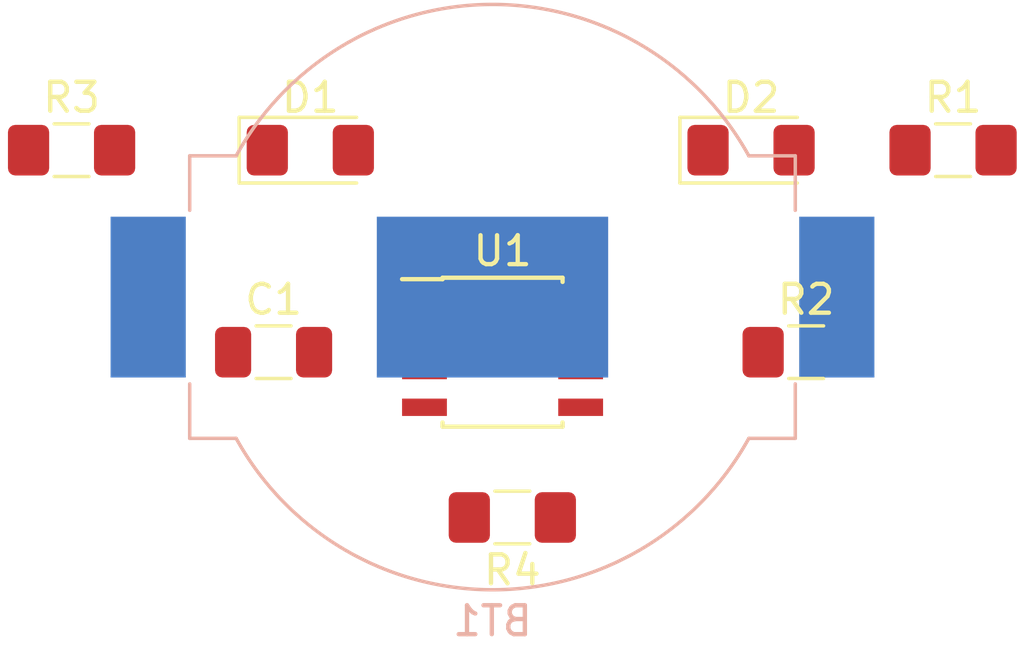
<source format=kicad_pcb>
(kicad_pcb (version 20190331) (host pcbnew "5.1.0-unknown-8e812c0~82~ubuntu18.04.1")

  (general
    (thickness 1.6)
    (drawings 0)
    (tracks 0)
    (modules 9)
    (nets 9)
  )

  (page "A4")
  (layers
    (0 "Top" signal)
    (31 "Bottom" signal)
    (34 "B.Paste" user)
    (35 "F.Paste" user)
    (36 "B.SilkS" user)
    (37 "F.SilkS" user)
    (38 "B.Mask" user)
    (39 "F.Mask" user)
    (40 "Dwgs.User" user)
    (41 "Cmts.User" user)
    (42 "Eco1.User" user)
    (43 "Eco2.User" user)
    (44 "Edge.Cuts" user)
    (45 "Margin" user)
    (46 "B.CrtYd" user hide)
    (47 "F.CrtYd" user hide)
  )

  (setup
    (last_trace_width 0.1524)
    (user_trace_width 0.2032)
    (user_trace_width 0.4)
    (user_trace_width 0.5)
    (user_trace_width 0.6096)
    (user_trace_width 0.8)
    (user_trace_width 1)
    (user_trace_width 2)
    (trace_clearance 0.1524)
    (zone_clearance 0.508)
    (zone_45_only no)
    (trace_min 0.1524)
    (via_size 0.508)
    (via_drill 0.254)
    (via_min_size 0.508)
    (via_min_drill 0.254)
    (uvia_size 0.508)
    (uvia_drill 0.254)
    (uvias_allowed no)
    (uvia_min_size 0.2)
    (uvia_min_drill 0.1)
    (edge_width 0.15)
    (segment_width 0.2)
    (pcb_text_width 0.3)
    (pcb_text_size 1.5 1.5)
    (mod_edge_width 0.15)
    (mod_text_size 1 1)
    (mod_text_width 0.15)
    (pad_size 3.5 3.5)
    (pad_drill 3)
    (pad_to_mask_clearance 0.0762)
    (solder_mask_min_width 0.1016)
    (pad_to_paste_clearance -0.0762)
    (aux_axis_origin 0 0)
    (visible_elements FFFFFF7F)
    (pcbplotparams
      (layerselection 0x010fc_ffffffff)
      (usegerberextensions false)
      (usegerberattributes false)
      (usegerberadvancedattributes false)
      (creategerberjobfile false)
      (excludeedgelayer true)
      (linewidth 0.100000)
      (plotframeref false)
      (viasonmask false)
      (mode 1)
      (useauxorigin false)
      (hpglpennumber 1)
      (hpglpenspeed 20)
      (hpglpendiameter 15.000000)
      (psnegative false)
      (psa4output false)
      (plotreference true)
      (plotvalue true)
      (plotinvisibletext false)
      (padsonsilk false)
      (subtractmaskfromsilk false)
      (outputformat 1)
      (mirror false)
      (drillshape 1)
      (scaleselection 1)
      (outputdirectory ""))
  )

  (net 0 "")
  (net 1 "+3V3")
  (net 2 "GND")
  (net 3 "Net-(C1-Pad2)")
  (net 4 "Net-(D1-Pad2)")
  (net 5 "Net-(D1-Pad1)")
  (net 6 "Net-(D2-Pad1)")
  (net 7 "Net-(R1-Pad2)")
  (net 8 "Net-(U1-Pad5)")

  (net_class "Default" "This is the default net class."
    (clearance 0.1524)
    (trace_width 0.1524)
    (via_dia 0.508)
    (via_drill 0.254)
    (uvia_dia 0.508)
    (uvia_drill 0.254)
    (diff_pair_width 0.1524)
    (diff_pair_gap 0.1524)
    (add_net "+3V3")
    (add_net "GND")
    (add_net "Net-(C1-Pad2)")
    (add_net "Net-(D1-Pad1)")
    (add_net "Net-(D1-Pad2)")
    (add_net "Net-(D2-Pad1)")
    (add_net "Net-(R1-Pad2)")
    (add_net "Net-(U1-Pad5)")
  )

  (module "Package_SO:SOIC-8_3.9x4.9mm_P1.27mm" (layer "Top") (tedit 5A02F2D3) (tstamp 5CBFDFDD)
    (at 166.0326 94.615)
    (descr "8-Lead Plastic Small Outline (SN) - Narrow, 3.90 mm Body [SOIC] (see Microchip Packaging Specification http://ww1.microchip.com/downloads/en/PackagingSpec/00000049BQ.pdf)")
    (tags "SOIC 1.27")
    (path "/5CB43957")
    (attr smd)
    (fp_text reference "U1" (at 0 -3.5) (layer "F.SilkS")
      (effects (font (size 1 1) (thickness 0.15)))
    )
    (fp_text value "LM555" (at 0 3.5) (layer "F.Fab")
      (effects (font (size 1 1) (thickness 0.15)))
    )
    (fp_line (start -2.075 -2.525) (end -3.475 -2.525) (layer "F.SilkS") (width 0.15))
    (fp_line (start -2.075 2.575) (end 2.075 2.575) (layer "F.SilkS") (width 0.15))
    (fp_line (start -2.075 -2.575) (end 2.075 -2.575) (layer "F.SilkS") (width 0.15))
    (fp_line (start -2.075 2.575) (end -2.075 2.43) (layer "F.SilkS") (width 0.15))
    (fp_line (start 2.075 2.575) (end 2.075 2.43) (layer "F.SilkS") (width 0.15))
    (fp_line (start 2.075 -2.575) (end 2.075 -2.43) (layer "F.SilkS") (width 0.15))
    (fp_line (start -2.075 -2.575) (end -2.075 -2.525) (layer "F.SilkS") (width 0.15))
    (fp_line (start -3.73 2.7) (end 3.73 2.7) (layer "F.CrtYd") (width 0.05))
    (fp_line (start -3.73 -2.7) (end 3.73 -2.7) (layer "F.CrtYd") (width 0.05))
    (fp_line (start 3.73 -2.7) (end 3.73 2.7) (layer "F.CrtYd") (width 0.05))
    (fp_line (start -3.73 -2.7) (end -3.73 2.7) (layer "F.CrtYd") (width 0.05))
    (fp_line (start -1.95 -1.45) (end -0.95 -2.45) (layer "F.Fab") (width 0.1))
    (fp_line (start -1.95 2.45) (end -1.95 -1.45) (layer "F.Fab") (width 0.1))
    (fp_line (start 1.95 2.45) (end -1.95 2.45) (layer "F.Fab") (width 0.1))
    (fp_line (start 1.95 -2.45) (end 1.95 2.45) (layer "F.Fab") (width 0.1))
    (fp_line (start -0.95 -2.45) (end 1.95 -2.45) (layer "F.Fab") (width 0.1))
    (fp_text user "%R" (at 0 0) (layer "F.Fab")
      (effects (font (size 1 1) (thickness 0.15)))
    )
    (pad "8" smd rect (at 2.7 -1.905) (size 1.55 0.6) (layers "Top" "F.Paste" "F.Mask")
      (net 1 "+3V3"))
    (pad "7" smd rect (at 2.7 -0.635) (size 1.55 0.6) (layers "Top" "F.Paste" "F.Mask")
      (net 7 "Net-(R1-Pad2)"))
    (pad "6" smd rect (at 2.7 0.635) (size 1.55 0.6) (layers "Top" "F.Paste" "F.Mask")
      (net 3 "Net-(C1-Pad2)"))
    (pad "5" smd rect (at 2.7 1.905) (size 1.55 0.6) (layers "Top" "F.Paste" "F.Mask")
      (net 8 "Net-(U1-Pad5)"))
    (pad "4" smd rect (at -2.7 1.905) (size 1.55 0.6) (layers "Top" "F.Paste" "F.Mask")
      (net 1 "+3V3"))
    (pad "3" smd rect (at -2.7 0.635) (size 1.55 0.6) (layers "Top" "F.Paste" "F.Mask")
      (net 5 "Net-(D1-Pad1)"))
    (pad "2" smd rect (at -2.7 -0.635) (size 1.55 0.6) (layers "Top" "F.Paste" "F.Mask")
      (net 3 "Net-(C1-Pad2)"))
    (pad "1" smd rect (at -2.7 -1.905) (size 1.55 0.6) (layers "Top" "F.Paste" "F.Mask")
      (net 2 "GND"))
    (model "${KISYS3DMOD}/Package_SO.3dshapes/SOIC-8_3.9x4.9mm_P1.27mm.wrl"
      (at (xyz 0 0 0))
      (scale (xyz 1 1 1))
      (rotate (xyz 0 0 0))
    )
  )

  (module "Resistor_SMD:R_1206_3216Metric_Pad1.42x1.75mm_HandSolder" (layer "Top") (tedit 5B301BBD) (tstamp 5CBFDFC0)
    (at 166.37 100.33 180)
    (descr "Resistor SMD 1206 (3216 Metric), square (rectangular) end terminal, IPC_7351 nominal with elongated pad for handsoldering. (Body size source: http://www.tortai-tech.com/upload/download/2011102023233369053.pdf), generated with kicad-footprint-generator")
    (tags "resistor handsolder")
    (path "/5CB50108")
    (attr smd)
    (fp_text reference "R4" (at 0 -1.82) (layer "F.SilkS")
      (effects (font (size 1 1) (thickness 0.15)))
    )
    (fp_text value "1k" (at 0 1.82) (layer "F.Fab")
      (effects (font (size 1 1) (thickness 0.15)))
    )
    (fp_text user "%R" (at 0 0) (layer "F.Fab")
      (effects (font (size 0.8 0.8) (thickness 0.12)))
    )
    (fp_line (start 2.45 1.12) (end -2.45 1.12) (layer "F.CrtYd") (width 0.05))
    (fp_line (start 2.45 -1.12) (end 2.45 1.12) (layer "F.CrtYd") (width 0.05))
    (fp_line (start -2.45 -1.12) (end 2.45 -1.12) (layer "F.CrtYd") (width 0.05))
    (fp_line (start -2.45 1.12) (end -2.45 -1.12) (layer "F.CrtYd") (width 0.05))
    (fp_line (start -0.602064 0.91) (end 0.602064 0.91) (layer "F.SilkS") (width 0.12))
    (fp_line (start -0.602064 -0.91) (end 0.602064 -0.91) (layer "F.SilkS") (width 0.12))
    (fp_line (start 1.6 0.8) (end -1.6 0.8) (layer "F.Fab") (width 0.1))
    (fp_line (start 1.6 -0.8) (end 1.6 0.8) (layer "F.Fab") (width 0.1))
    (fp_line (start -1.6 -0.8) (end 1.6 -0.8) (layer "F.Fab") (width 0.1))
    (fp_line (start -1.6 0.8) (end -1.6 -0.8) (layer "F.Fab") (width 0.1))
    (pad "2" smd roundrect (at 1.4875 0 180) (size 1.425 1.75) (layers "Top" "F.Paste" "F.Mask") (roundrect_rratio 0.175439)
      (net 2 "GND"))
    (pad "1" smd roundrect (at -1.4875 0 180) (size 1.425 1.75) (layers "Top" "F.Paste" "F.Mask") (roundrect_rratio 0.175439)
      (net 6 "Net-(D2-Pad1)"))
    (model "${KISYS3DMOD}/Resistor_SMD.3dshapes/R_1206_3216Metric.wrl"
      (at (xyz 0 0 0))
      (scale (xyz 1 1 1))
      (rotate (xyz 0 0 0))
    )
  )

  (module "Resistor_SMD:R_1206_3216Metric_Pad1.42x1.75mm_HandSolder" (layer "Top") (tedit 5B301BBD) (tstamp 5CBFDFAF)
    (at 151.13 87.63)
    (descr "Resistor SMD 1206 (3216 Metric), square (rectangular) end terminal, IPC_7351 nominal with elongated pad for handsoldering. (Body size source: http://www.tortai-tech.com/upload/download/2011102023233369053.pdf), generated with kicad-footprint-generator")
    (tags "resistor handsolder")
    (path "/5CB4F2EF")
    (attr smd)
    (fp_text reference "R3" (at 0 -1.82) (layer "F.SilkS")
      (effects (font (size 1 1) (thickness 0.15)))
    )
    (fp_text value "1k" (at 0 1.82) (layer "F.Fab")
      (effects (font (size 1 1) (thickness 0.15)))
    )
    (fp_text user "%R" (at 0 0) (layer "F.Fab")
      (effects (font (size 0.8 0.8) (thickness 0.12)))
    )
    (fp_line (start 2.45 1.12) (end -2.45 1.12) (layer "F.CrtYd") (width 0.05))
    (fp_line (start 2.45 -1.12) (end 2.45 1.12) (layer "F.CrtYd") (width 0.05))
    (fp_line (start -2.45 -1.12) (end 2.45 -1.12) (layer "F.CrtYd") (width 0.05))
    (fp_line (start -2.45 1.12) (end -2.45 -1.12) (layer "F.CrtYd") (width 0.05))
    (fp_line (start -0.602064 0.91) (end 0.602064 0.91) (layer "F.SilkS") (width 0.12))
    (fp_line (start -0.602064 -0.91) (end 0.602064 -0.91) (layer "F.SilkS") (width 0.12))
    (fp_line (start 1.6 0.8) (end -1.6 0.8) (layer "F.Fab") (width 0.1))
    (fp_line (start 1.6 -0.8) (end 1.6 0.8) (layer "F.Fab") (width 0.1))
    (fp_line (start -1.6 -0.8) (end 1.6 -0.8) (layer "F.Fab") (width 0.1))
    (fp_line (start -1.6 0.8) (end -1.6 -0.8) (layer "F.Fab") (width 0.1))
    (pad "2" smd roundrect (at 1.4875 0) (size 1.425 1.75) (layers "Top" "F.Paste" "F.Mask") (roundrect_rratio 0.175439)
      (net 4 "Net-(D1-Pad2)"))
    (pad "1" smd roundrect (at -1.4875 0) (size 1.425 1.75) (layers "Top" "F.Paste" "F.Mask") (roundrect_rratio 0.175439)
      (net 1 "+3V3"))
    (model "${KISYS3DMOD}/Resistor_SMD.3dshapes/R_1206_3216Metric.wrl"
      (at (xyz 0 0 0))
      (scale (xyz 1 1 1))
      (rotate (xyz 0 0 0))
    )
  )

  (module "Resistor_SMD:R_1206_3216Metric_Pad1.42x1.75mm_HandSolder" (layer "Top") (tedit 5B301BBD) (tstamp 5CBFDF9E)
    (at 176.53 94.615)
    (descr "Resistor SMD 1206 (3216 Metric), square (rectangular) end terminal, IPC_7351 nominal with elongated pad for handsoldering. (Body size source: http://www.tortai-tech.com/upload/download/2011102023233369053.pdf), generated with kicad-footprint-generator")
    (tags "resistor handsolder")
    (path "/5CB50538")
    (attr smd)
    (fp_text reference "R2" (at 0 -1.82) (layer "F.SilkS")
      (effects (font (size 1 1) (thickness 0.15)))
    )
    (fp_text value "10k" (at 0 1.82) (layer "F.Fab")
      (effects (font (size 1 1) (thickness 0.15)))
    )
    (fp_text user "%R" (at 0 0) (layer "F.Fab")
      (effects (font (size 0.8 0.8) (thickness 0.12)))
    )
    (fp_line (start 2.45 1.12) (end -2.45 1.12) (layer "F.CrtYd") (width 0.05))
    (fp_line (start 2.45 -1.12) (end 2.45 1.12) (layer "F.CrtYd") (width 0.05))
    (fp_line (start -2.45 -1.12) (end 2.45 -1.12) (layer "F.CrtYd") (width 0.05))
    (fp_line (start -2.45 1.12) (end -2.45 -1.12) (layer "F.CrtYd") (width 0.05))
    (fp_line (start -0.602064 0.91) (end 0.602064 0.91) (layer "F.SilkS") (width 0.12))
    (fp_line (start -0.602064 -0.91) (end 0.602064 -0.91) (layer "F.SilkS") (width 0.12))
    (fp_line (start 1.6 0.8) (end -1.6 0.8) (layer "F.Fab") (width 0.1))
    (fp_line (start 1.6 -0.8) (end 1.6 0.8) (layer "F.Fab") (width 0.1))
    (fp_line (start -1.6 -0.8) (end 1.6 -0.8) (layer "F.Fab") (width 0.1))
    (fp_line (start -1.6 0.8) (end -1.6 -0.8) (layer "F.Fab") (width 0.1))
    (pad "2" smd roundrect (at 1.4875 0) (size 1.425 1.75) (layers "Top" "F.Paste" "F.Mask") (roundrect_rratio 0.175439)
      (net 3 "Net-(C1-Pad2)"))
    (pad "1" smd roundrect (at -1.4875 0) (size 1.425 1.75) (layers "Top" "F.Paste" "F.Mask") (roundrect_rratio 0.175439)
      (net 7 "Net-(R1-Pad2)"))
    (model "${KISYS3DMOD}/Resistor_SMD.3dshapes/R_1206_3216Metric.wrl"
      (at (xyz 0 0 0))
      (scale (xyz 1 1 1))
      (rotate (xyz 0 0 0))
    )
  )

  (module "Resistor_SMD:R_1206_3216Metric_Pad1.42x1.75mm_HandSolder" (layer "Top") (tedit 5B301BBD) (tstamp 5CBFDF8D)
    (at 181.61 87.63)
    (descr "Resistor SMD 1206 (3216 Metric), square (rectangular) end terminal, IPC_7351 nominal with elongated pad for handsoldering. (Body size source: http://www.tortai-tech.com/upload/download/2011102023233369053.pdf), generated with kicad-footprint-generator")
    (tags "resistor handsolder")
    (path "/5CB50B08")
    (attr smd)
    (fp_text reference "R1" (at 0 -1.82) (layer "F.SilkS")
      (effects (font (size 1 1) (thickness 0.15)))
    )
    (fp_text value "1k" (at 0 1.82) (layer "F.Fab")
      (effects (font (size 1 1) (thickness 0.15)))
    )
    (fp_text user "%R" (at 0 0) (layer "F.Fab")
      (effects (font (size 0.8 0.8) (thickness 0.12)))
    )
    (fp_line (start 2.45 1.12) (end -2.45 1.12) (layer "F.CrtYd") (width 0.05))
    (fp_line (start 2.45 -1.12) (end 2.45 1.12) (layer "F.CrtYd") (width 0.05))
    (fp_line (start -2.45 -1.12) (end 2.45 -1.12) (layer "F.CrtYd") (width 0.05))
    (fp_line (start -2.45 1.12) (end -2.45 -1.12) (layer "F.CrtYd") (width 0.05))
    (fp_line (start -0.602064 0.91) (end 0.602064 0.91) (layer "F.SilkS") (width 0.12))
    (fp_line (start -0.602064 -0.91) (end 0.602064 -0.91) (layer "F.SilkS") (width 0.12))
    (fp_line (start 1.6 0.8) (end -1.6 0.8) (layer "F.Fab") (width 0.1))
    (fp_line (start 1.6 -0.8) (end 1.6 0.8) (layer "F.Fab") (width 0.1))
    (fp_line (start -1.6 -0.8) (end 1.6 -0.8) (layer "F.Fab") (width 0.1))
    (fp_line (start -1.6 0.8) (end -1.6 -0.8) (layer "F.Fab") (width 0.1))
    (pad "2" smd roundrect (at 1.4875 0) (size 1.425 1.75) (layers "Top" "F.Paste" "F.Mask") (roundrect_rratio 0.175439)
      (net 7 "Net-(R1-Pad2)"))
    (pad "1" smd roundrect (at -1.4875 0) (size 1.425 1.75) (layers "Top" "F.Paste" "F.Mask") (roundrect_rratio 0.175439)
      (net 1 "+3V3"))
    (model "${KISYS3DMOD}/Resistor_SMD.3dshapes/R_1206_3216Metric.wrl"
      (at (xyz 0 0 0))
      (scale (xyz 1 1 1))
      (rotate (xyz 0 0 0))
    )
  )

  (module "LED_SMD:LED_1206_3216Metric_Pad1.42x1.75mm_HandSolder" (layer "Top") (tedit 5B4B45C9) (tstamp 5CBFE277)
    (at 174.625 87.63)
    (descr "LED SMD 1206 (3216 Metric), square (rectangular) end terminal, IPC_7351 nominal, (Body size source: http://www.tortai-tech.com/upload/download/2011102023233369053.pdf), generated with kicad-footprint-generator")
    (tags "LED handsolder")
    (path "/5CB5226B")
    (attr smd)
    (fp_text reference "D2" (at 0 -1.82) (layer "F.SilkS")
      (effects (font (size 1 1) (thickness 0.15)))
    )
    (fp_text value "LED" (at 0 1.82) (layer "F.Fab")
      (effects (font (size 1 1) (thickness 0.15)))
    )
    (fp_text user "%R" (at 0 0) (layer "F.Fab")
      (effects (font (size 0.8 0.8) (thickness 0.12)))
    )
    (fp_line (start 2.45 1.12) (end -2.45 1.12) (layer "F.CrtYd") (width 0.05))
    (fp_line (start 2.45 -1.12) (end 2.45 1.12) (layer "F.CrtYd") (width 0.05))
    (fp_line (start -2.45 -1.12) (end 2.45 -1.12) (layer "F.CrtYd") (width 0.05))
    (fp_line (start -2.45 1.12) (end -2.45 -1.12) (layer "F.CrtYd") (width 0.05))
    (fp_line (start -2.46 1.135) (end 1.6 1.135) (layer "F.SilkS") (width 0.12))
    (fp_line (start -2.46 -1.135) (end -2.46 1.135) (layer "F.SilkS") (width 0.12))
    (fp_line (start 1.6 -1.135) (end -2.46 -1.135) (layer "F.SilkS") (width 0.12))
    (fp_line (start 1.6 0.8) (end 1.6 -0.8) (layer "F.Fab") (width 0.1))
    (fp_line (start -1.6 0.8) (end 1.6 0.8) (layer "F.Fab") (width 0.1))
    (fp_line (start -1.6 -0.4) (end -1.6 0.8) (layer "F.Fab") (width 0.1))
    (fp_line (start -1.2 -0.8) (end -1.6 -0.4) (layer "F.Fab") (width 0.1))
    (fp_line (start 1.6 -0.8) (end -1.2 -0.8) (layer "F.Fab") (width 0.1))
    (pad "2" smd roundrect (at 1.4875 0) (size 1.425 1.75) (layers "Top" "F.Paste" "F.Mask") (roundrect_rratio 0.175439)
      (net 5 "Net-(D1-Pad1)"))
    (pad "1" smd roundrect (at -1.4875 0) (size 1.425 1.75) (layers "Top" "F.Paste" "F.Mask") (roundrect_rratio 0.175439)
      (net 6 "Net-(D2-Pad1)"))
    (model "${KISYS3DMOD}/LED_SMD.3dshapes/LED_1206_3216Metric.wrl"
      (at (xyz 0 0 0))
      (scale (xyz 1 1 1))
      (rotate (xyz 0 0 0))
    )
  )

  (module "LED_SMD:LED_1206_3216Metric_Pad1.42x1.75mm_HandSolder" (layer "Top") (tedit 5B4B45C9) (tstamp 5CBFDF69)
    (at 159.385 87.63)
    (descr "LED SMD 1206 (3216 Metric), square (rectangular) end terminal, IPC_7351 nominal, (Body size source: http://www.tortai-tech.com/upload/download/2011102023233369053.pdf), generated with kicad-footprint-generator")
    (tags "LED handsolder")
    (path "/5CB5169F")
    (attr smd)
    (fp_text reference "D1" (at 0 -1.82) (layer "F.SilkS")
      (effects (font (size 1 1) (thickness 0.15)))
    )
    (fp_text value "LED" (at 0 1.82) (layer "F.Fab")
      (effects (font (size 1 1) (thickness 0.15)))
    )
    (fp_text user "%R" (at 0 0) (layer "F.Fab")
      (effects (font (size 0.8 0.8) (thickness 0.12)))
    )
    (fp_line (start 2.45 1.12) (end -2.45 1.12) (layer "F.CrtYd") (width 0.05))
    (fp_line (start 2.45 -1.12) (end 2.45 1.12) (layer "F.CrtYd") (width 0.05))
    (fp_line (start -2.45 -1.12) (end 2.45 -1.12) (layer "F.CrtYd") (width 0.05))
    (fp_line (start -2.45 1.12) (end -2.45 -1.12) (layer "F.CrtYd") (width 0.05))
    (fp_line (start -2.46 1.135) (end 1.6 1.135) (layer "F.SilkS") (width 0.12))
    (fp_line (start -2.46 -1.135) (end -2.46 1.135) (layer "F.SilkS") (width 0.12))
    (fp_line (start 1.6 -1.135) (end -2.46 -1.135) (layer "F.SilkS") (width 0.12))
    (fp_line (start 1.6 0.8) (end 1.6 -0.8) (layer "F.Fab") (width 0.1))
    (fp_line (start -1.6 0.8) (end 1.6 0.8) (layer "F.Fab") (width 0.1))
    (fp_line (start -1.6 -0.4) (end -1.6 0.8) (layer "F.Fab") (width 0.1))
    (fp_line (start -1.2 -0.8) (end -1.6 -0.4) (layer "F.Fab") (width 0.1))
    (fp_line (start 1.6 -0.8) (end -1.2 -0.8) (layer "F.Fab") (width 0.1))
    (pad "2" smd roundrect (at 1.4875 0) (size 1.425 1.75) (layers "Top" "F.Paste" "F.Mask") (roundrect_rratio 0.175439)
      (net 4 "Net-(D1-Pad2)"))
    (pad "1" smd roundrect (at -1.4875 0) (size 1.425 1.75) (layers "Top" "F.Paste" "F.Mask") (roundrect_rratio 0.175439)
      (net 5 "Net-(D1-Pad1)"))
    (model "${KISYS3DMOD}/LED_SMD.3dshapes/LED_1206_3216Metric.wrl"
      (at (xyz 0 0 0))
      (scale (xyz 1 1 1))
      (rotate (xyz 0 0 0))
    )
  )

  (module "Capacitor_SMD:C_1206_3216Metric" (layer "Top") (tedit 5B301BBE) (tstamp 5CBFDF56)
    (at 158.115 94.615)
    (descr "Capacitor SMD 1206 (3216 Metric), square (rectangular) end terminal, IPC_7351 nominal, (Body size source: http://www.tortai-tech.com/upload/download/2011102023233369053.pdf), generated with kicad-footprint-generator")
    (tags "capacitor")
    (path "/5CB532FA")
    (attr smd)
    (fp_text reference "C1" (at 0 -1.82) (layer "F.SilkS")
      (effects (font (size 1 1) (thickness 0.15)))
    )
    (fp_text value "10uF" (at 0 1.82) (layer "F.Fab")
      (effects (font (size 1 1) (thickness 0.15)))
    )
    (fp_text user "%R" (at 0 0) (layer "F.Fab")
      (effects (font (size 0.8 0.8) (thickness 0.12)))
    )
    (fp_line (start 2.28 1.12) (end -2.28 1.12) (layer "F.CrtYd") (width 0.05))
    (fp_line (start 2.28 -1.12) (end 2.28 1.12) (layer "F.CrtYd") (width 0.05))
    (fp_line (start -2.28 -1.12) (end 2.28 -1.12) (layer "F.CrtYd") (width 0.05))
    (fp_line (start -2.28 1.12) (end -2.28 -1.12) (layer "F.CrtYd") (width 0.05))
    (fp_line (start -0.602064 0.91) (end 0.602064 0.91) (layer "F.SilkS") (width 0.12))
    (fp_line (start -0.602064 -0.91) (end 0.602064 -0.91) (layer "F.SilkS") (width 0.12))
    (fp_line (start 1.6 0.8) (end -1.6 0.8) (layer "F.Fab") (width 0.1))
    (fp_line (start 1.6 -0.8) (end 1.6 0.8) (layer "F.Fab") (width 0.1))
    (fp_line (start -1.6 -0.8) (end 1.6 -0.8) (layer "F.Fab") (width 0.1))
    (fp_line (start -1.6 0.8) (end -1.6 -0.8) (layer "F.Fab") (width 0.1))
    (pad "2" smd roundrect (at 1.4 0) (size 1.25 1.75) (layers "Top" "F.Paste" "F.Mask") (roundrect_rratio 0.2)
      (net 3 "Net-(C1-Pad2)"))
    (pad "1" smd roundrect (at -1.4 0) (size 1.25 1.75) (layers "Top" "F.Paste" "F.Mask") (roundrect_rratio 0.2)
      (net 2 "GND"))
    (model "${KISYS3DMOD}/Capacitor_SMD.3dshapes/C_1206_3216Metric.wrl"
      (at (xyz 0 0 0))
      (scale (xyz 1 1 1))
      (rotate (xyz 0 0 0))
    )
  )

  (module "Battery:BatteryHolder_MPD_BC2003_1x2032" (layer "Bottom") (tedit 5AED2918) (tstamp 5CBFDF45)
    (at 165.6842 92.71)
    (descr "http://www.memoryprotectiondevices.com/datasheets/BC-2003-datasheet.pdf")
    (tags "BC2003 CR2032 2032 Battery Holder")
    (path "/5CB57B92")
    (attr smd)
    (fp_text reference "BT1" (at 0 11.2) (layer "B.SilkS")
      (effects (font (size 1 1) (thickness 0.15)) (justify mirror))
    )
    (fp_text value "Battery_Cell" (at 0 -11.2) (layer "B.Fab")
      (effects (font (size 1 1) (thickness 0.15)) (justify mirror))
    )
    (fp_arc (start 0 0) (end -8.86291 -4.885) (angle 122.3) (layer "B.SilkS") (width 0.12))
    (fp_arc (start 0 0) (end 8.86291 4.885) (angle 122.2752329) (layer "B.SilkS") (width 0.12))
    (fp_arc (start 0 0) (end -8.94 -5.01) (angle 121.3) (layer "B.CrtYd") (width 0.05))
    (fp_line (start -10.6 -5.01) (end -8.94 -5.01) (layer "B.CrtYd") (width 0.05))
    (fp_line (start -10.6 -5.01) (end -10.6 -3.03) (layer "B.CrtYd") (width 0.05))
    (fp_line (start -13.45 -3.03) (end -10.6 -3.03) (layer "B.CrtYd") (width 0.05))
    (fp_line (start -13.45 3.03) (end -13.45 -3.03) (layer "B.CrtYd") (width 0.05))
    (fp_line (start -10.6 3.03) (end -13.45 3.03) (layer "B.CrtYd") (width 0.05))
    (fp_line (start -10.6 5.01) (end -10.6 3.03) (layer "B.CrtYd") (width 0.05))
    (fp_line (start -8.94 5.01) (end -10.6 5.01) (layer "B.CrtYd") (width 0.05))
    (fp_line (start 8.94 -5.01) (end 10.6 -5.01) (layer "B.CrtYd") (width 0.05))
    (fp_arc (start 0 0) (end 8.94 5.01) (angle 121.4) (layer "B.CrtYd") (width 0.05))
    (fp_line (start 10.6 -5.01) (end 10.6 -3.03) (layer "B.CrtYd") (width 0.05))
    (fp_line (start 10.6 -3.03) (end 13.45 -3.03) (layer "B.CrtYd") (width 0.05))
    (fp_line (start 13.45 3.03) (end 13.45 -3.03) (layer "B.CrtYd") (width 0.05))
    (fp_line (start 10.6 3.03) (end 13.45 3.03) (layer "B.CrtYd") (width 0.05))
    (fp_line (start 10.6 5.01) (end 10.6 3.03) (layer "B.CrtYd") (width 0.05))
    (fp_line (start 8.94 5.01) (end 10.6 5.01) (layer "B.CrtYd") (width 0.05))
    (fp_line (start 10.47 -4.885) (end 8.86291 -4.885) (layer "B.SilkS") (width 0.12))
    (fp_line (start -10.47 -4.885) (end -8.86291 -4.885) (layer "B.SilkS") (width 0.12))
    (fp_line (start 10.47 4.885) (end 8.86291 4.885) (layer "B.SilkS") (width 0.12))
    (fp_line (start 10.47 -3) (end 10.47 -4.885) (layer "B.SilkS") (width 0.12))
    (fp_line (start -10.47 -3) (end -10.47 -4.885) (layer "B.SilkS") (width 0.12))
    (fp_line (start 10.47 3) (end 10.47 4.885) (layer "B.SilkS") (width 0.12))
    (fp_line (start -10.47 3) (end -10.47 4.885) (layer "B.SilkS") (width 0.12))
    (fp_line (start -10.47 4.885) (end -8.86291 4.885) (layer "B.SilkS") (width 0.12))
    (fp_text user "%R" (at 0 0) (layer "B.Fab")
      (effects (font (size 1 1) (thickness 0.15)) (justify mirror))
    )
    (fp_line (start -12.7 1.825) (end -12.7 -1.825) (layer "B.Fab") (width 0.1))
    (fp_line (start -12.7 -1.825) (end -12 -2.525) (layer "B.Fab") (width 0.1))
    (fp_line (start -12.7 1.825) (end -12 2.525) (layer "B.Fab") (width 0.1))
    (fp_line (start -10.35 -2.525) (end -12 -2.525) (layer "B.Fab") (width 0.1))
    (fp_line (start -10.35 2.525) (end -12 2.525) (layer "B.Fab") (width 0.1))
    (fp_line (start 12.7 1.825) (end 12.7 -1.825) (layer "B.Fab") (width 0.1))
    (fp_line (start 12.7 -1.825) (end 12 -2.525) (layer "B.Fab") (width 0.1))
    (fp_line (start 12.7 1.825) (end 12 2.525) (layer "B.Fab") (width 0.1))
    (fp_line (start 10.35 2.525) (end 12 2.525) (layer "B.Fab") (width 0.1))
    (fp_line (start 10.35 -2.525) (end 12 -2.525) (layer "B.Fab") (width 0.1))
    (fp_line (start 10.35 -4.765) (end 10.35 4.765) (layer "B.Fab") (width 0.1))
    (fp_line (start -10.35 -4.765) (end -10.35 4.765) (layer "B.Fab") (width 0.1))
    (fp_line (start -10.35 4.765) (end 10.35 4.765) (layer "B.Fab") (width 0.1))
    (fp_line (start -10.35 -4.765) (end 10.35 -4.765) (layer "B.Fab") (width 0.1))
    (pad "1" smd rect (at -11.905 0) (size 2.6 5.56) (layers "Bottom" "B.Paste" "B.Mask")
      (net 1 "+3V3"))
    (pad "1" smd rect (at 11.905 0) (size 2.6 5.56) (layers "Bottom" "B.Paste" "B.Mask")
      (net 1 "+3V3"))
    (pad "2" smd rect (at 0 0) (size 8 5.56) (layers "Bottom" "B.Paste" "B.Mask")
      (net 2 "GND"))
    (model "${KISYS3DMOD}/Battery.3dshapes/BatteryHolder_MPD_BC2003_1x2032.wrl"
      (at (xyz 0 0 0))
      (scale (xyz 1 1 1))
      (rotate (xyz 0 0 0))
    )
  )

)

</source>
